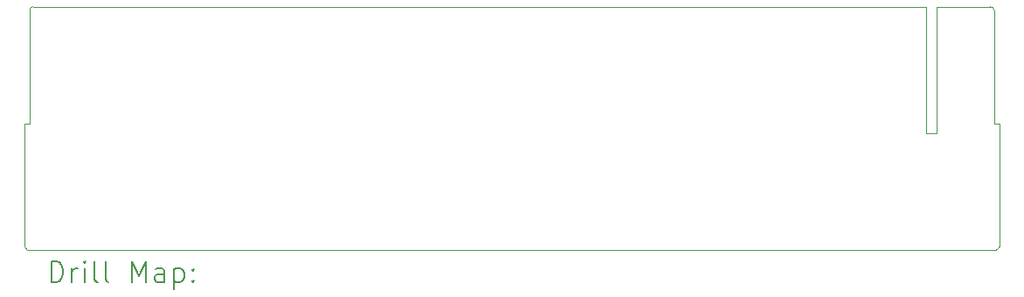
<source format=gbr>
%TF.GenerationSoftware,KiCad,Pcbnew,8.0.2*%
%TF.CreationDate,2024-05-13T11:46:17-04:00*%
%TF.ProjectId,IBM-PS2-Model-70-HDD-Power-adapter,49424d2d-5053-4322-9d4d-6f64656c2d37,rev?*%
%TF.SameCoordinates,Original*%
%TF.FileFunction,Drillmap*%
%TF.FilePolarity,Positive*%
%FSLAX45Y45*%
G04 Gerber Fmt 4.5, Leading zero omitted, Abs format (unit mm)*
G04 Created by KiCad (PCBNEW 8.0.2) date 2024-05-13 11:46:17*
%MOMM*%
%LPD*%
G01*
G04 APERTURE LIST*
%ADD10C,0.050000*%
%ADD11C,0.200000*%
G04 APERTURE END LIST*
D10*
X9654000Y-9728000D02*
X19045000Y-9728000D01*
X9630000Y-8500000D02*
X9630000Y-9700000D01*
X9680000Y-7400000D02*
X9680000Y-8500000D01*
X19075000Y-8500000D02*
X19075000Y-9700000D01*
X18365000Y-7366000D02*
X18365000Y-8597939D01*
X19025000Y-7400000D02*
X19025000Y-8500000D01*
X9680000Y-8500000D02*
X9630000Y-8500000D01*
X18465000Y-8597900D02*
X18365000Y-8597939D01*
X9654000Y-9728000D02*
G75*
G02*
X9629995Y-9700000I6520J29880D01*
G01*
X18465000Y-7366000D02*
X18990000Y-7366000D01*
X18465000Y-7366000D02*
X18465000Y-8597900D01*
X18365000Y-7366000D02*
X9710000Y-7366000D01*
X9680000Y-7400000D02*
G75*
G02*
X9710000Y-7366001I34470J-180D01*
G01*
X19075000Y-9700000D02*
G75*
G02*
X19045000Y-9727995I-29770J1830D01*
G01*
X18990000Y-7366000D02*
G75*
G02*
X19025005Y-7400000I1010J-33980D01*
G01*
X19075000Y-8500000D02*
X19025000Y-8500000D01*
D11*
X9888277Y-10041984D02*
X9888277Y-9841984D01*
X9888277Y-9841984D02*
X9935896Y-9841984D01*
X9935896Y-9841984D02*
X9964467Y-9851508D01*
X9964467Y-9851508D02*
X9983515Y-9870555D01*
X9983515Y-9870555D02*
X9993039Y-9889603D01*
X9993039Y-9889603D02*
X10002563Y-9927698D01*
X10002563Y-9927698D02*
X10002563Y-9956270D01*
X10002563Y-9956270D02*
X9993039Y-9994365D01*
X9993039Y-9994365D02*
X9983515Y-10013412D01*
X9983515Y-10013412D02*
X9964467Y-10032460D01*
X9964467Y-10032460D02*
X9935896Y-10041984D01*
X9935896Y-10041984D02*
X9888277Y-10041984D01*
X10088277Y-10041984D02*
X10088277Y-9908650D01*
X10088277Y-9946746D02*
X10097801Y-9927698D01*
X10097801Y-9927698D02*
X10107324Y-9918174D01*
X10107324Y-9918174D02*
X10126372Y-9908650D01*
X10126372Y-9908650D02*
X10145420Y-9908650D01*
X10212086Y-10041984D02*
X10212086Y-9908650D01*
X10212086Y-9841984D02*
X10202563Y-9851508D01*
X10202563Y-9851508D02*
X10212086Y-9861031D01*
X10212086Y-9861031D02*
X10221610Y-9851508D01*
X10221610Y-9851508D02*
X10212086Y-9841984D01*
X10212086Y-9841984D02*
X10212086Y-9861031D01*
X10335896Y-10041984D02*
X10316848Y-10032460D01*
X10316848Y-10032460D02*
X10307324Y-10013412D01*
X10307324Y-10013412D02*
X10307324Y-9841984D01*
X10440658Y-10041984D02*
X10421610Y-10032460D01*
X10421610Y-10032460D02*
X10412086Y-10013412D01*
X10412086Y-10013412D02*
X10412086Y-9841984D01*
X10669229Y-10041984D02*
X10669229Y-9841984D01*
X10669229Y-9841984D02*
X10735896Y-9984841D01*
X10735896Y-9984841D02*
X10802563Y-9841984D01*
X10802563Y-9841984D02*
X10802563Y-10041984D01*
X10983515Y-10041984D02*
X10983515Y-9937222D01*
X10983515Y-9937222D02*
X10973991Y-9918174D01*
X10973991Y-9918174D02*
X10954944Y-9908650D01*
X10954944Y-9908650D02*
X10916848Y-9908650D01*
X10916848Y-9908650D02*
X10897801Y-9918174D01*
X10983515Y-10032460D02*
X10964467Y-10041984D01*
X10964467Y-10041984D02*
X10916848Y-10041984D01*
X10916848Y-10041984D02*
X10897801Y-10032460D01*
X10897801Y-10032460D02*
X10888277Y-10013412D01*
X10888277Y-10013412D02*
X10888277Y-9994365D01*
X10888277Y-9994365D02*
X10897801Y-9975317D01*
X10897801Y-9975317D02*
X10916848Y-9965793D01*
X10916848Y-9965793D02*
X10964467Y-9965793D01*
X10964467Y-9965793D02*
X10983515Y-9956270D01*
X11078753Y-9908650D02*
X11078753Y-10108650D01*
X11078753Y-9918174D02*
X11097801Y-9908650D01*
X11097801Y-9908650D02*
X11135896Y-9908650D01*
X11135896Y-9908650D02*
X11154944Y-9918174D01*
X11154944Y-9918174D02*
X11164467Y-9927698D01*
X11164467Y-9927698D02*
X11173991Y-9946746D01*
X11173991Y-9946746D02*
X11173991Y-10003889D01*
X11173991Y-10003889D02*
X11164467Y-10022936D01*
X11164467Y-10022936D02*
X11154944Y-10032460D01*
X11154944Y-10032460D02*
X11135896Y-10041984D01*
X11135896Y-10041984D02*
X11097801Y-10041984D01*
X11097801Y-10041984D02*
X11078753Y-10032460D01*
X11259705Y-10022936D02*
X11269229Y-10032460D01*
X11269229Y-10032460D02*
X11259705Y-10041984D01*
X11259705Y-10041984D02*
X11250182Y-10032460D01*
X11250182Y-10032460D02*
X11259705Y-10022936D01*
X11259705Y-10022936D02*
X11259705Y-10041984D01*
X11259705Y-9918174D02*
X11269229Y-9927698D01*
X11269229Y-9927698D02*
X11259705Y-9937222D01*
X11259705Y-9937222D02*
X11250182Y-9927698D01*
X11250182Y-9927698D02*
X11259705Y-9918174D01*
X11259705Y-9918174D02*
X11259705Y-9937222D01*
M02*

</source>
